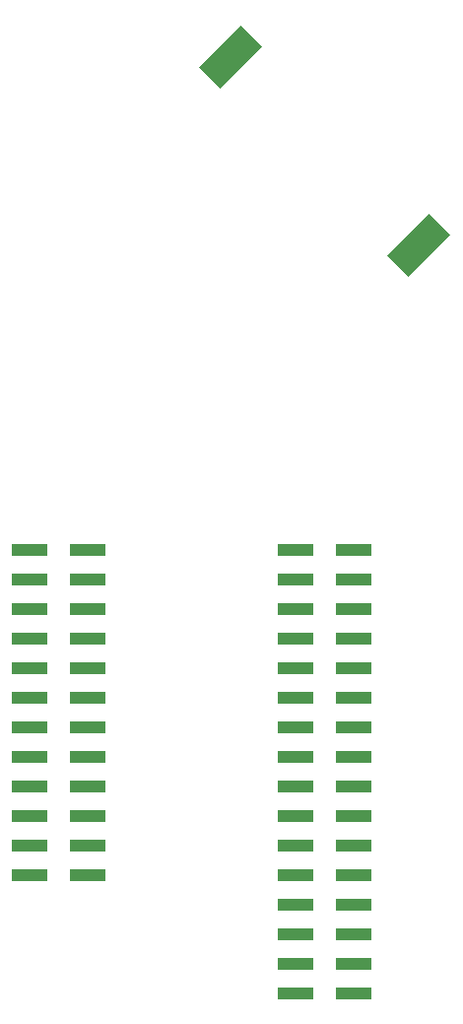
<source format=gbp>
G04 #@! TF.GenerationSoftware,KiCad,Pcbnew,(5.99.0-3978-g0efe073de)*
G04 #@! TF.CreationDate,2020-10-22T13:19:48-05:00*
G04 #@! TF.ProjectId,remoticon_badge,72656d6f-7469-4636-9f6e-5f6261646765,rev?*
G04 #@! TF.SameCoordinates,PX3072580PY307257e*
G04 #@! TF.FileFunction,Paste,Bot*
G04 #@! TF.FilePolarity,Positive*
%FSLAX46Y46*%
G04 Gerber Fmt 4.6, Leading zero omitted, Abs format (unit mm)*
G04 Created by KiCad (PCBNEW (5.99.0-3978-g0efe073de)) date 2020-10-22 13:19:48*
%MOMM*%
%LPD*%
G01*
G04 APERTURE LIST*
G04 Aperture macros list*
%AMRotRect*
0 Rectangle, with rotation*
0 The origin of the aperture is its center*
0 $1 length*
0 $2 width*
0 $3 Rotation angle, in degrees counterclockwise*
0 Add horizontal line*
21,1,$1,$2,0,0,$3*%
G04 Aperture macros list end*
%ADD10R,3.150000X1.000000*%
%ADD11RotRect,2.540000X5.080000X315.000000*%
G04 APERTURE END LIST*
D10*
G04 #@! TO.C,J1*
X55895000Y-107950000D03*
X60945000Y-107950000D03*
X55895000Y-105410000D03*
X60945000Y-105410000D03*
X55895000Y-102870000D03*
X60945000Y-102870000D03*
X55895000Y-100330000D03*
X60945000Y-100330000D03*
X55895000Y-97790000D03*
X60945000Y-97790000D03*
X55895000Y-95250000D03*
X60945000Y-95250000D03*
X55895000Y-92710000D03*
X60945000Y-92710000D03*
X55895000Y-90170000D03*
X60945000Y-90170000D03*
X55895000Y-87630000D03*
X60945000Y-87630000D03*
X55895000Y-85090000D03*
X60945000Y-85090000D03*
X55895000Y-82550000D03*
X60945000Y-82550000D03*
X55895000Y-80010000D03*
X60945000Y-80010000D03*
X55895000Y-77470000D03*
X60945000Y-77470000D03*
X55895000Y-74930000D03*
X60945000Y-74930000D03*
X55895000Y-72390000D03*
X60945000Y-72390000D03*
X55895000Y-69850000D03*
X60945000Y-69850000D03*
G04 #@! TD*
D11*
G04 #@! TO.C,BT1*
X66502231Y-43642231D03*
X50337769Y-27477769D03*
G04 #@! TD*
D10*
G04 #@! TO.C,J2*
X38085000Y-69850000D03*
X33035000Y-69850000D03*
X38085000Y-72390000D03*
X33035000Y-72390000D03*
X38085000Y-74930000D03*
X33035000Y-74930000D03*
X38085000Y-77470000D03*
X33035000Y-77470000D03*
X38085000Y-80010000D03*
X33035000Y-80010000D03*
X38085000Y-82550000D03*
X33035000Y-82550000D03*
X38085000Y-85090000D03*
X33035000Y-85090000D03*
X38085000Y-87630000D03*
X33035000Y-87630000D03*
X38085000Y-90170000D03*
X33035000Y-90170000D03*
X38085000Y-92710000D03*
X33035000Y-92710000D03*
X38085000Y-95250000D03*
X33035000Y-95250000D03*
X38085000Y-97790000D03*
X33035000Y-97790000D03*
G04 #@! TD*
M02*

</source>
